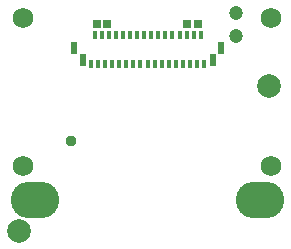
<source format=gbs>
G04*
G04 #@! TF.GenerationSoftware,Altium Limited,Altium Designer,23.8.1 (32)*
G04*
G04 Layer_Color=16711935*
%FSLAX44Y44*%
%MOMM*%
G71*
G04*
G04 #@! TF.SameCoordinates,2B8CACFB-8808-4C00-8352-55F1F9CD23E6*
G04*
G04*
G04 #@! TF.FilePolarity,Negative*
G04*
G01*
G75*
%ADD47C,1.2032*%
%ADD50R,0.6532X0.7532*%
%ADD52C,2.0000*%
%ADD61R,0.5232X0.5632*%
%ADD65O,4.1032X3.1032*%
%ADD66C,1.7272*%
%ADD85C,0.9532*%
%ADD86R,0.4000X0.7500*%
%ADD87R,0.5000X1.0500*%
D47*
X75000Y110000D02*
D03*
Y130000D02*
D03*
D50*
X-43000Y120500D02*
D03*
X-34000D02*
D03*
X33500D02*
D03*
X42500D02*
D03*
D52*
X-108966Y-55118D02*
D03*
X103000Y68000D02*
D03*
D61*
X-62500Y97216D02*
D03*
Y102816D02*
D03*
X62400Y97216D02*
D03*
Y102816D02*
D03*
D65*
X95000Y-28746D02*
D03*
X-95000D02*
D03*
D66*
X105000Y310D02*
D03*
X-105000D02*
D03*
X105000Y125310D02*
D03*
X-105000D02*
D03*
D85*
X-64770Y21590D02*
D03*
D86*
X48122Y86342D02*
D03*
X45197Y110843D02*
D03*
X42122Y86342D02*
D03*
X36122D02*
D03*
X30122D02*
D03*
X24122D02*
D03*
X18122D02*
D03*
X12122D02*
D03*
X6122D02*
D03*
X122D02*
D03*
X-5878D02*
D03*
X-11878D02*
D03*
X-17878D02*
D03*
X-23878D02*
D03*
X-29878D02*
D03*
X-35878D02*
D03*
X-41878D02*
D03*
X-47878D02*
D03*
X39197Y110843D02*
D03*
X33197D02*
D03*
X27197D02*
D03*
X21197D02*
D03*
X15197D02*
D03*
X9197D02*
D03*
X3197D02*
D03*
X-2803D02*
D03*
X-8803D02*
D03*
X-14803D02*
D03*
X-20803D02*
D03*
X-26803D02*
D03*
X-32803D02*
D03*
X-38803D02*
D03*
X-44803D02*
D03*
D87*
X-54878Y89843D02*
D03*
X55122D02*
D03*
M02*

</source>
